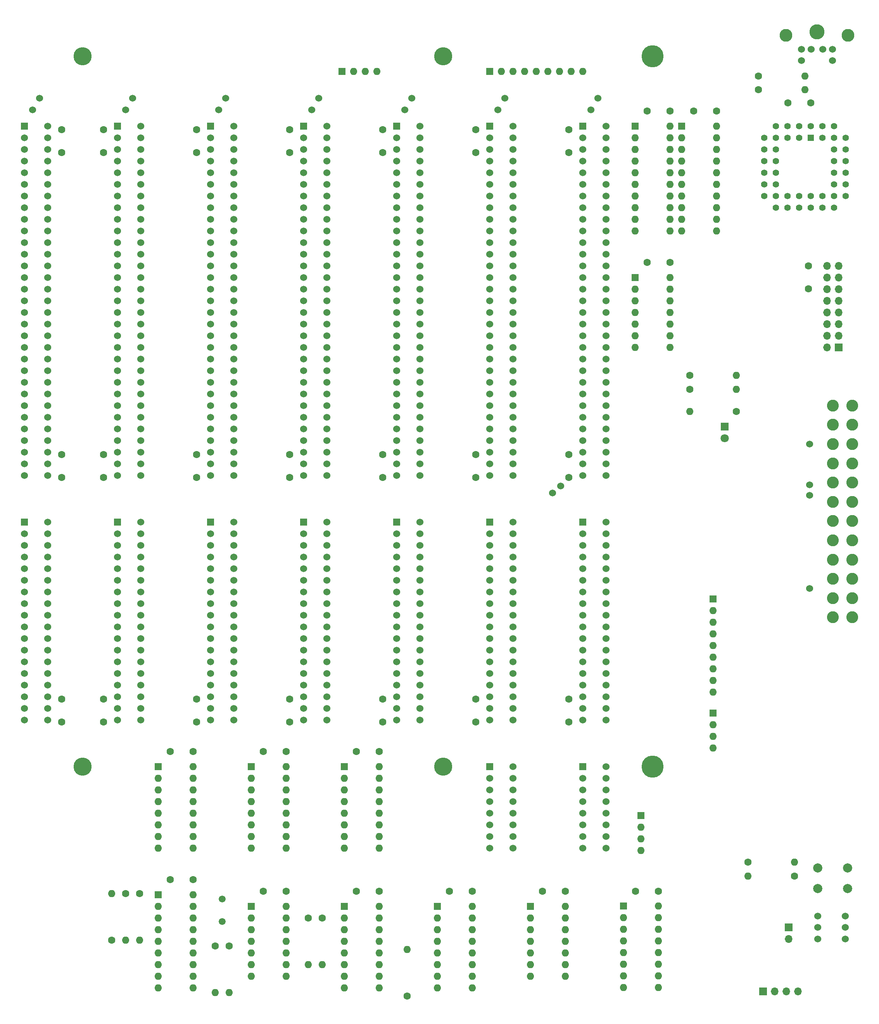
<source format=gbr>
G04 #@! TF.GenerationSoftware,KiCad,Pcbnew,(5.1.8)-1*
G04 #@! TF.CreationDate,2021-12-28T18:56:53-07:00*
G04 #@! TF.ProjectId,Multi,4d756c74-692e-46b6-9963-61645f706362,rev?*
G04 #@! TF.SameCoordinates,Original*
G04 #@! TF.FileFunction,Soldermask,Bot*
G04 #@! TF.FilePolarity,Negative*
%FSLAX46Y46*%
G04 Gerber Fmt 4.6, Leading zero omitted, Abs format (unit mm)*
G04 Created by KiCad (PCBNEW (5.1.8)-1) date 2021-12-28 18:56:53*
%MOMM*%
%LPD*%
G01*
G04 APERTURE LIST*
%ADD10R,1.600000X1.600000*%
%ADD11O,1.600000X1.600000*%
%ADD12C,1.600000*%
%ADD13C,1.524000*%
%ADD14R,1.524000X1.524000*%
%ADD15C,3.962400*%
%ADD16C,4.826000*%
%ADD17O,1.700000X1.700000*%
%ADD18R,1.700000X1.700000*%
%ADD19C,2.000000*%
%ADD20C,1.800000*%
%ADD21R,1.800000X1.800000*%
%ADD22C,2.590800*%
%ADD23C,2.794000*%
%ADD24C,3.302000*%
%ADD25C,1.500000*%
%ADD26R,1.422400X1.422400*%
%ADD27C,1.422400*%
G04 APERTURE END LIST*
D10*
G04 #@! TO.C,U15*
X93726000Y-43942000D03*
D11*
X101346000Y-66802000D03*
X93726000Y-46482000D03*
X101346000Y-64262000D03*
X93726000Y-49022000D03*
X101346000Y-61722000D03*
X93726000Y-51562000D03*
X101346000Y-59182000D03*
X93726000Y-54102000D03*
X101346000Y-56642000D03*
X93726000Y-56642000D03*
X101346000Y-54102000D03*
X93726000Y-59182000D03*
X101346000Y-51562000D03*
X93726000Y-61722000D03*
X101346000Y-49022000D03*
X93726000Y-64262000D03*
X101346000Y-46482000D03*
X93726000Y-66802000D03*
X101346000Y-43942000D03*
G04 #@! TD*
G04 #@! TO.C,U2*
X111506000Y-43942000D03*
X103886000Y-66802000D03*
X111506000Y-46482000D03*
X103886000Y-64262000D03*
X111506000Y-49022000D03*
X103886000Y-61722000D03*
X111506000Y-51562000D03*
X103886000Y-59182000D03*
X111506000Y-54102000D03*
X103886000Y-56642000D03*
X111506000Y-56642000D03*
X103886000Y-54102000D03*
X111506000Y-59182000D03*
X103886000Y-51562000D03*
X111506000Y-61722000D03*
X103886000Y-49022000D03*
X111506000Y-64262000D03*
X103886000Y-46482000D03*
X111506000Y-66802000D03*
D10*
X103886000Y-43942000D03*
G04 #@! TD*
D11*
G04 #@! TO.C,U1*
X98801000Y-214091000D03*
X91181000Y-231871000D03*
X98801000Y-216631000D03*
X91181000Y-229331000D03*
X98801000Y-219171000D03*
X91181000Y-226791000D03*
X98801000Y-221711000D03*
X91181000Y-224251000D03*
X98801000Y-224251000D03*
X91181000Y-221711000D03*
X98801000Y-226791000D03*
X91181000Y-219171000D03*
X98801000Y-229331000D03*
X91181000Y-216631000D03*
X98801000Y-231871000D03*
D10*
X91181000Y-214091000D03*
G04 #@! TD*
D12*
G04 #@! TO.C,C34*
X98806000Y-210820000D03*
X93806000Y-210820000D03*
G04 #@! TD*
G04 #@! TO.C,C33*
X111506000Y-40640000D03*
X106506000Y-40640000D03*
G04 #@! TD*
D11*
G04 #@! TO.C,RN5*
X110744000Y-167386000D03*
X110744000Y-164846000D03*
X110744000Y-162306000D03*
X110744000Y-159766000D03*
X110744000Y-157226000D03*
X110744000Y-154686000D03*
X110744000Y-152146000D03*
X110744000Y-149606000D03*
D10*
X110744000Y-147066000D03*
G04 #@! TD*
D11*
G04 #@! TO.C,RN4*
X110744000Y-179578000D03*
X110744000Y-177038000D03*
X110744000Y-174498000D03*
D10*
X110744000Y-171958000D03*
G04 #@! TD*
D13*
G04 #@! TO.C,J20*
X87376000Y-130302000D03*
X87376000Y-132842000D03*
X87376000Y-135382000D03*
X87376000Y-137922000D03*
X87376000Y-140462000D03*
X87376000Y-143002000D03*
X87376000Y-145542000D03*
X87376000Y-148082000D03*
X87376000Y-150622000D03*
X87376000Y-153162000D03*
X87376000Y-155702000D03*
X87376000Y-158242000D03*
X87376000Y-160782000D03*
X87376000Y-163322000D03*
X87376000Y-165862000D03*
X87376000Y-168402000D03*
X87376000Y-170942000D03*
X87376000Y-173482000D03*
X82296000Y-173482000D03*
X82296000Y-170942000D03*
X82296000Y-165862000D03*
X82296000Y-163322000D03*
X82296000Y-160782000D03*
X82296000Y-158242000D03*
X82296000Y-155702000D03*
X82296000Y-153162000D03*
X82296000Y-150622000D03*
X82296000Y-168402000D03*
D14*
X82296000Y-130302000D03*
D13*
X82296000Y-132842000D03*
X82296000Y-135382000D03*
X82296000Y-137922000D03*
X82296000Y-140462000D03*
X82296000Y-143002000D03*
X82296000Y-145542000D03*
X82296000Y-148082000D03*
G04 #@! TD*
G04 #@! TO.C,J19*
X67056000Y-130302000D03*
X67056000Y-132842000D03*
X67056000Y-135382000D03*
X67056000Y-137922000D03*
X67056000Y-140462000D03*
X67056000Y-143002000D03*
X67056000Y-145542000D03*
X67056000Y-148082000D03*
X67056000Y-150622000D03*
X67056000Y-153162000D03*
X67056000Y-155702000D03*
X67056000Y-158242000D03*
X67056000Y-160782000D03*
X67056000Y-163322000D03*
X67056000Y-165862000D03*
X67056000Y-168402000D03*
X67056000Y-170942000D03*
X67056000Y-173482000D03*
X61976000Y-173482000D03*
X61976000Y-170942000D03*
X61976000Y-165862000D03*
X61976000Y-163322000D03*
X61976000Y-160782000D03*
X61976000Y-158242000D03*
X61976000Y-155702000D03*
X61976000Y-153162000D03*
X61976000Y-150622000D03*
X61976000Y-168402000D03*
D14*
X61976000Y-130302000D03*
D13*
X61976000Y-132842000D03*
X61976000Y-135382000D03*
X61976000Y-137922000D03*
X61976000Y-140462000D03*
X61976000Y-143002000D03*
X61976000Y-145542000D03*
X61976000Y-148082000D03*
G04 #@! TD*
G04 #@! TO.C,J18*
X46736000Y-130302000D03*
X46736000Y-132842000D03*
X46736000Y-135382000D03*
X46736000Y-137922000D03*
X46736000Y-140462000D03*
X46736000Y-143002000D03*
X46736000Y-145542000D03*
X46736000Y-148082000D03*
X46736000Y-150622000D03*
X46736000Y-153162000D03*
X46736000Y-155702000D03*
X46736000Y-158242000D03*
X46736000Y-160782000D03*
X46736000Y-163322000D03*
X46736000Y-165862000D03*
X46736000Y-168402000D03*
X46736000Y-170942000D03*
X46736000Y-173482000D03*
X41656000Y-173482000D03*
X41656000Y-170942000D03*
X41656000Y-165862000D03*
X41656000Y-163322000D03*
X41656000Y-160782000D03*
X41656000Y-158242000D03*
X41656000Y-155702000D03*
X41656000Y-153162000D03*
X41656000Y-150622000D03*
X41656000Y-168402000D03*
D14*
X41656000Y-130302000D03*
D13*
X41656000Y-132842000D03*
X41656000Y-135382000D03*
X41656000Y-137922000D03*
X41656000Y-140462000D03*
X41656000Y-143002000D03*
X41656000Y-145542000D03*
X41656000Y-148082000D03*
G04 #@! TD*
G04 #@! TO.C,J17*
X26416000Y-130302000D03*
X26416000Y-132842000D03*
X26416000Y-135382000D03*
X26416000Y-137922000D03*
X26416000Y-140462000D03*
X26416000Y-143002000D03*
X26416000Y-145542000D03*
X26416000Y-148082000D03*
X26416000Y-150622000D03*
X26416000Y-153162000D03*
X26416000Y-155702000D03*
X26416000Y-158242000D03*
X26416000Y-160782000D03*
X26416000Y-163322000D03*
X26416000Y-165862000D03*
X26416000Y-168402000D03*
X26416000Y-170942000D03*
X26416000Y-173482000D03*
X21336000Y-173482000D03*
X21336000Y-170942000D03*
X21336000Y-165862000D03*
X21336000Y-163322000D03*
X21336000Y-160782000D03*
X21336000Y-158242000D03*
X21336000Y-155702000D03*
X21336000Y-153162000D03*
X21336000Y-150622000D03*
X21336000Y-168402000D03*
D14*
X21336000Y-130302000D03*
D13*
X21336000Y-132842000D03*
X21336000Y-135382000D03*
X21336000Y-137922000D03*
X21336000Y-140462000D03*
X21336000Y-143002000D03*
X21336000Y-145542000D03*
X21336000Y-148082000D03*
G04 #@! TD*
G04 #@! TO.C,J16*
X6096000Y-130302000D03*
X6096000Y-132842000D03*
X6096000Y-135382000D03*
X6096000Y-137922000D03*
X6096000Y-140462000D03*
X6096000Y-143002000D03*
X6096000Y-145542000D03*
X6096000Y-148082000D03*
X6096000Y-150622000D03*
X6096000Y-153162000D03*
X6096000Y-155702000D03*
X6096000Y-158242000D03*
X6096000Y-160782000D03*
X6096000Y-163322000D03*
X6096000Y-165862000D03*
X6096000Y-168402000D03*
X6096000Y-170942000D03*
X6096000Y-173482000D03*
X1016000Y-173482000D03*
X1016000Y-170942000D03*
X1016000Y-165862000D03*
X1016000Y-163322000D03*
X1016000Y-160782000D03*
X1016000Y-158242000D03*
X1016000Y-155702000D03*
X1016000Y-153162000D03*
X1016000Y-150622000D03*
X1016000Y-168402000D03*
D14*
X1016000Y-130302000D03*
D13*
X1016000Y-132842000D03*
X1016000Y-135382000D03*
X1016000Y-137922000D03*
X1016000Y-140462000D03*
X1016000Y-143002000D03*
X1016000Y-145542000D03*
X1016000Y-148082000D03*
G04 #@! TD*
G04 #@! TO.C,J15*
X-14224000Y-130302000D03*
X-14224000Y-132842000D03*
X-14224000Y-135382000D03*
X-14224000Y-137922000D03*
X-14224000Y-140462000D03*
X-14224000Y-143002000D03*
X-14224000Y-145542000D03*
X-14224000Y-148082000D03*
X-14224000Y-150622000D03*
X-14224000Y-153162000D03*
X-14224000Y-155702000D03*
X-14224000Y-158242000D03*
X-14224000Y-160782000D03*
X-14224000Y-163322000D03*
X-14224000Y-165862000D03*
X-14224000Y-168402000D03*
X-14224000Y-170942000D03*
X-14224000Y-173482000D03*
X-19304000Y-173482000D03*
X-19304000Y-170942000D03*
X-19304000Y-165862000D03*
X-19304000Y-163322000D03*
X-19304000Y-160782000D03*
X-19304000Y-158242000D03*
X-19304000Y-155702000D03*
X-19304000Y-153162000D03*
X-19304000Y-150622000D03*
X-19304000Y-168402000D03*
D14*
X-19304000Y-130302000D03*
D13*
X-19304000Y-132842000D03*
X-19304000Y-135382000D03*
X-19304000Y-137922000D03*
X-19304000Y-140462000D03*
X-19304000Y-143002000D03*
X-19304000Y-145542000D03*
X-19304000Y-148082000D03*
G04 #@! TD*
G04 #@! TO.C,J4*
X-34544000Y-130302000D03*
X-34544000Y-132842000D03*
X-34544000Y-135382000D03*
X-34544000Y-137922000D03*
X-34544000Y-140462000D03*
X-34544000Y-143002000D03*
X-34544000Y-145542000D03*
X-34544000Y-148082000D03*
X-34544000Y-150622000D03*
X-34544000Y-153162000D03*
X-34544000Y-155702000D03*
X-34544000Y-158242000D03*
X-34544000Y-160782000D03*
X-34544000Y-163322000D03*
X-34544000Y-165862000D03*
X-34544000Y-168402000D03*
X-34544000Y-170942000D03*
X-34544000Y-173482000D03*
X-39624000Y-173482000D03*
X-39624000Y-170942000D03*
X-39624000Y-165862000D03*
X-39624000Y-163322000D03*
X-39624000Y-160782000D03*
X-39624000Y-158242000D03*
X-39624000Y-155702000D03*
X-39624000Y-153162000D03*
X-39624000Y-150622000D03*
X-39624000Y-168402000D03*
D14*
X-39624000Y-130302000D03*
D13*
X-39624000Y-132842000D03*
X-39624000Y-135382000D03*
X-39624000Y-137922000D03*
X-39624000Y-140462000D03*
X-39624000Y-143002000D03*
X-39624000Y-145542000D03*
X-39624000Y-148082000D03*
G04 #@! TD*
D12*
G04 #@! TO.C,C32*
X58928000Y-168910000D03*
X58928000Y-173910000D03*
G04 #@! TD*
G04 #@! TO.C,C31*
X38608000Y-168910000D03*
X38608000Y-173910000D03*
G04 #@! TD*
G04 #@! TO.C,C30*
X-2032000Y-168910000D03*
X-2032000Y-173910000D03*
G04 #@! TD*
G04 #@! TO.C,C21*
X79248000Y-168910000D03*
X79248000Y-173910000D03*
G04 #@! TD*
G04 #@! TO.C,C20*
X-31496000Y-168910000D03*
X-31496000Y-173910000D03*
G04 #@! TD*
G04 #@! TO.C,C19*
X18288000Y-168910000D03*
X18288000Y-173910000D03*
G04 #@! TD*
G04 #@! TO.C,C18*
X-22352000Y-168910000D03*
X-22352000Y-173910000D03*
G04 #@! TD*
D11*
G04 #@! TO.C,RN3*
X94996000Y-201930000D03*
X94996000Y-199390000D03*
X94996000Y-196850000D03*
D10*
X94996000Y-194310000D03*
G04 #@! TD*
D13*
G04 #@! TO.C,R*
X-36322000Y-37846000D03*
G04 #@! TD*
G04 #@! TO.C,R*
X-37846000Y-40386000D03*
G04 #@! TD*
G04 #@! TO.C,R*
X-16002000Y-37846000D03*
G04 #@! TD*
G04 #@! TO.C,R*
X-17526000Y-40386000D03*
G04 #@! TD*
G04 #@! TO.C,R*
X4318000Y-37846000D03*
G04 #@! TD*
G04 #@! TO.C,R*
X2794000Y-40386000D03*
G04 #@! TD*
D12*
G04 #@! TO.C,C17*
X-2032000Y-49704000D03*
X-2032000Y-44704000D03*
G04 #@! TD*
G04 #@! TO.C,C16*
X-2032000Y-115570000D03*
X-2032000Y-120570000D03*
G04 #@! TD*
G04 #@! TO.C,C15*
X-22352000Y-49704000D03*
X-22352000Y-44704000D03*
G04 #@! TD*
G04 #@! TO.C,C14*
X18288000Y-115570000D03*
X18288000Y-120570000D03*
G04 #@! TD*
G04 #@! TO.C,C13*
X18288000Y-49704000D03*
X18288000Y-44704000D03*
G04 #@! TD*
G04 #@! TO.C,C11*
X-22352000Y-115570000D03*
X-22352000Y-120570000D03*
G04 #@! TD*
G04 #@! TO.C,C27*
X-31496000Y-115570000D03*
X-31496000Y-120570000D03*
G04 #@! TD*
D15*
G04 #@! TO.C,REF\u002A\u002A*
X-26924000Y-183642000D03*
G04 #@! TD*
G04 #@! TO.C,REF\u002A\u002A*
X-26924000Y-28702000D03*
G04 #@! TD*
D13*
G04 #@! TO.C,J14*
X6096000Y-120142000D03*
X6096000Y-117602000D03*
X6096000Y-115062000D03*
X6096000Y-112522000D03*
X6096000Y-109982000D03*
X6096000Y-107442000D03*
X6096000Y-104902000D03*
X6096000Y-102362000D03*
X6096000Y-99822000D03*
X6096000Y-97282000D03*
X6096000Y-94742000D03*
X6096000Y-92202000D03*
X6096000Y-89662000D03*
X6096000Y-87122000D03*
X6096000Y-84582000D03*
X6096000Y-82042000D03*
X6096000Y-79502000D03*
X6096000Y-76962000D03*
X6096000Y-74422000D03*
X6096000Y-71882000D03*
X6096000Y-69342000D03*
X6096000Y-66802000D03*
X6096000Y-64262000D03*
X6096000Y-61722000D03*
X6096000Y-59182000D03*
X6096000Y-56642000D03*
X6096000Y-54102000D03*
X6096000Y-51562000D03*
X6096000Y-49022000D03*
X6096000Y-46482000D03*
X6096000Y-43942000D03*
X1016000Y-120142000D03*
X1016000Y-117602000D03*
X1016000Y-115062000D03*
X1016000Y-112522000D03*
X1016000Y-109982000D03*
X1016000Y-107442000D03*
X1016000Y-104902000D03*
X1016000Y-102362000D03*
X1016000Y-99822000D03*
X1016000Y-97282000D03*
X1016000Y-94742000D03*
X1016000Y-92202000D03*
X1016000Y-89662000D03*
X1016000Y-87122000D03*
X1016000Y-84582000D03*
X1016000Y-82042000D03*
X1016000Y-79502000D03*
X1016000Y-76962000D03*
X1016000Y-74422000D03*
X1016000Y-71882000D03*
X1016000Y-69342000D03*
X1016000Y-66802000D03*
X1016000Y-64262000D03*
X1016000Y-61722000D03*
X1016000Y-59182000D03*
X1016000Y-56642000D03*
X1016000Y-54102000D03*
X1016000Y-51562000D03*
X1016000Y-49022000D03*
X1016000Y-46482000D03*
D14*
X1016000Y-43942000D03*
G04 #@! TD*
D13*
G04 #@! TO.C,J13*
X-14224000Y-120142000D03*
X-14224000Y-117602000D03*
X-14224000Y-115062000D03*
X-14224000Y-112522000D03*
X-14224000Y-109982000D03*
X-14224000Y-107442000D03*
X-14224000Y-104902000D03*
X-14224000Y-102362000D03*
X-14224000Y-99822000D03*
X-14224000Y-97282000D03*
X-14224000Y-94742000D03*
X-14224000Y-92202000D03*
X-14224000Y-89662000D03*
X-14224000Y-87122000D03*
X-14224000Y-84582000D03*
X-14224000Y-82042000D03*
X-14224000Y-79502000D03*
X-14224000Y-76962000D03*
X-14224000Y-74422000D03*
X-14224000Y-71882000D03*
X-14224000Y-69342000D03*
X-14224000Y-66802000D03*
X-14224000Y-64262000D03*
X-14224000Y-61722000D03*
X-14224000Y-59182000D03*
X-14224000Y-56642000D03*
X-14224000Y-54102000D03*
X-14224000Y-51562000D03*
X-14224000Y-49022000D03*
X-14224000Y-46482000D03*
X-14224000Y-43942000D03*
X-19304000Y-120142000D03*
X-19304000Y-117602000D03*
X-19304000Y-115062000D03*
X-19304000Y-112522000D03*
X-19304000Y-109982000D03*
X-19304000Y-107442000D03*
X-19304000Y-104902000D03*
X-19304000Y-102362000D03*
X-19304000Y-99822000D03*
X-19304000Y-97282000D03*
X-19304000Y-94742000D03*
X-19304000Y-92202000D03*
X-19304000Y-89662000D03*
X-19304000Y-87122000D03*
X-19304000Y-84582000D03*
X-19304000Y-82042000D03*
X-19304000Y-79502000D03*
X-19304000Y-76962000D03*
X-19304000Y-74422000D03*
X-19304000Y-71882000D03*
X-19304000Y-69342000D03*
X-19304000Y-66802000D03*
X-19304000Y-64262000D03*
X-19304000Y-61722000D03*
X-19304000Y-59182000D03*
X-19304000Y-56642000D03*
X-19304000Y-54102000D03*
X-19304000Y-51562000D03*
X-19304000Y-49022000D03*
X-19304000Y-46482000D03*
D14*
X-19304000Y-43942000D03*
G04 #@! TD*
D13*
G04 #@! TO.C,J12*
X-34544000Y-120142000D03*
X-34544000Y-117602000D03*
X-34544000Y-115062000D03*
X-34544000Y-112522000D03*
X-34544000Y-109982000D03*
X-34544000Y-107442000D03*
X-34544000Y-104902000D03*
X-34544000Y-102362000D03*
X-34544000Y-99822000D03*
X-34544000Y-97282000D03*
X-34544000Y-94742000D03*
X-34544000Y-92202000D03*
X-34544000Y-89662000D03*
X-34544000Y-87122000D03*
X-34544000Y-84582000D03*
X-34544000Y-82042000D03*
X-34544000Y-79502000D03*
X-34544000Y-76962000D03*
X-34544000Y-74422000D03*
X-34544000Y-71882000D03*
X-34544000Y-69342000D03*
X-34544000Y-66802000D03*
X-34544000Y-64262000D03*
X-34544000Y-61722000D03*
X-34544000Y-59182000D03*
X-34544000Y-56642000D03*
X-34544000Y-54102000D03*
X-34544000Y-51562000D03*
X-34544000Y-49022000D03*
X-34544000Y-46482000D03*
X-34544000Y-43942000D03*
X-39624000Y-120142000D03*
X-39624000Y-117602000D03*
X-39624000Y-115062000D03*
X-39624000Y-112522000D03*
X-39624000Y-109982000D03*
X-39624000Y-107442000D03*
X-39624000Y-104902000D03*
X-39624000Y-102362000D03*
X-39624000Y-99822000D03*
X-39624000Y-97282000D03*
X-39624000Y-94742000D03*
X-39624000Y-92202000D03*
X-39624000Y-89662000D03*
X-39624000Y-87122000D03*
X-39624000Y-84582000D03*
X-39624000Y-82042000D03*
X-39624000Y-79502000D03*
X-39624000Y-76962000D03*
X-39624000Y-74422000D03*
X-39624000Y-71882000D03*
X-39624000Y-69342000D03*
X-39624000Y-66802000D03*
X-39624000Y-64262000D03*
X-39624000Y-61722000D03*
X-39624000Y-59182000D03*
X-39624000Y-56642000D03*
X-39624000Y-54102000D03*
X-39624000Y-51562000D03*
X-39624000Y-49022000D03*
X-39624000Y-46482000D03*
D14*
X-39624000Y-43942000D03*
G04 #@! TD*
D13*
G04 #@! TO.C,J11*
X67056000Y-183642000D03*
X67056000Y-186182000D03*
D14*
X61976000Y-183642000D03*
D13*
X61976000Y-186182000D03*
X61976000Y-188722000D03*
X61976000Y-191262000D03*
X61976000Y-193802000D03*
X61976000Y-196342000D03*
X61976000Y-198882000D03*
X61976000Y-201422000D03*
X67056000Y-201422000D03*
X67056000Y-198882000D03*
X67056000Y-196342000D03*
X67056000Y-193802000D03*
X67056000Y-191262000D03*
X67056000Y-188722000D03*
G04 #@! TD*
D16*
G04 #@! TO.C,REF\u002A\u002A*
X97536000Y-183642000D03*
G04 #@! TD*
D11*
G04 #@! TO.C,RN1*
X37338000Y-32004000D03*
X34798000Y-32004000D03*
X32258000Y-32004000D03*
D10*
X29718000Y-32004000D03*
G04 #@! TD*
D11*
G04 #@! TO.C,R13*
X115824000Y-101346000D03*
D12*
X105664000Y-101346000D03*
G04 #@! TD*
D11*
G04 #@! TO.C,R12*
X115824000Y-98298000D03*
D12*
X105664000Y-98298000D03*
G04 #@! TD*
D11*
G04 #@! TO.C,RN2*
X82296000Y-32004000D03*
X79756000Y-32004000D03*
X77216000Y-32004000D03*
X74676000Y-32004000D03*
X72136000Y-32004000D03*
X69596000Y-32004000D03*
X67056000Y-32004000D03*
X64516000Y-32004000D03*
D10*
X61976000Y-32004000D03*
G04 #@! TD*
D13*
G04 #@! TO.C,R*
X131826000Y-113284000D03*
G04 #@! TD*
G04 #@! TO.C,R*
X131826000Y-122174000D03*
G04 #@! TD*
G04 #@! TO.C,R*
X131826000Y-144780000D03*
G04 #@! TD*
G04 #@! TO.C,R*
X131826000Y-124460000D03*
G04 #@! TD*
D11*
G04 #@! TO.C,R9*
X130810000Y-36040000D03*
D12*
X120650000Y-36040000D03*
G04 #@! TD*
D11*
G04 #@! TO.C,R8*
X130810000Y-33020000D03*
D12*
X120650000Y-33020000D03*
G04 #@! TD*
D11*
G04 #@! TO.C,R7*
X118364000Y-207518000D03*
D12*
X128524000Y-207518000D03*
G04 #@! TD*
D11*
G04 #@! TO.C,R6*
X-20574000Y-211328000D03*
D12*
X-20574000Y-221488000D03*
G04 #@! TD*
D13*
G04 #@! TO.C,R*
X75692000Y-123952000D03*
G04 #@! TD*
G04 #@! TO.C,R*
X77470000Y-122428000D03*
G04 #@! TD*
D12*
G04 #@! TO.C,C10*
X131572000Y-79422000D03*
X131572000Y-74422000D03*
G04 #@! TD*
G04 #@! TO.C,C9*
X132080000Y-38862000D03*
X127080000Y-38862000D03*
G04 #@! TD*
D11*
G04 #@! TO.C,R4*
X2032000Y-232918000D03*
D12*
X2032000Y-222758000D03*
G04 #@! TD*
D11*
G04 #@! TO.C,R2*
X5080000Y-232918000D03*
D12*
X5080000Y-222758000D03*
G04 #@! TD*
D11*
G04 #@! TO.C,R18*
X-14478000Y-221488000D03*
D12*
X-14478000Y-211328000D03*
G04 #@! TD*
D11*
G04 #@! TO.C,R17*
X22352000Y-226822000D03*
D12*
X22352000Y-216662000D03*
G04 #@! TD*
D11*
G04 #@! TO.C,R14*
X-17526000Y-221488000D03*
D12*
X-17526000Y-211328000D03*
G04 #@! TD*
D11*
G04 #@! TO.C,R5*
X128524000Y-204470000D03*
D12*
X118364000Y-204470000D03*
G04 #@! TD*
D11*
G04 #@! TO.C,R3*
X25400000Y-226822000D03*
D12*
X25400000Y-216662000D03*
G04 #@! TD*
D11*
G04 #@! TO.C,U3*
X43942000Y-223520000D03*
D12*
X43942000Y-233680000D03*
G04 #@! TD*
D17*
G04 #@! TO.C,J6*
X127254000Y-221234000D03*
D18*
X127254000Y-218694000D03*
G04 #@! TD*
D17*
G04 #@! TO.C,J3*
X129286000Y-232664000D03*
X126746000Y-232664000D03*
X124206000Y-232664000D03*
D18*
X121666000Y-232664000D03*
G04 #@! TD*
D12*
G04 #@! TO.C,C1*
X101346000Y-73660000D03*
X96346000Y-73660000D03*
G04 #@! TD*
D11*
G04 #@! TO.C,U117*
X37846000Y-214122000D03*
X30226000Y-231902000D03*
X37846000Y-216662000D03*
X30226000Y-229362000D03*
X37846000Y-219202000D03*
X30226000Y-226822000D03*
X37846000Y-221742000D03*
X30226000Y-224282000D03*
X37846000Y-224282000D03*
X30226000Y-221742000D03*
X37846000Y-226822000D03*
X30226000Y-219202000D03*
X37846000Y-229362000D03*
X30226000Y-216662000D03*
X37846000Y-231902000D03*
D10*
X30226000Y-214122000D03*
G04 #@! TD*
D13*
G04 #@! TO.C,J10*
X87376000Y-183642000D03*
X87376000Y-186182000D03*
D14*
X82296000Y-183642000D03*
D13*
X82296000Y-186182000D03*
X82296000Y-188722000D03*
X82296000Y-191262000D03*
X82296000Y-193802000D03*
X82296000Y-196342000D03*
X82296000Y-198882000D03*
X82296000Y-201422000D03*
X87376000Y-201422000D03*
X87376000Y-198882000D03*
X87376000Y-196342000D03*
X87376000Y-193802000D03*
X87376000Y-191262000D03*
X87376000Y-188722000D03*
G04 #@! TD*
D19*
G04 #@! TO.C,SW1*
X140104000Y-205740000D03*
X140104000Y-210240000D03*
X133604000Y-205740000D03*
X133604000Y-210240000D03*
G04 #@! TD*
D11*
G04 #@! TO.C,R1*
X105664000Y-106172000D03*
D12*
X115824000Y-106172000D03*
G04 #@! TD*
D20*
G04 #@! TO.C,D1*
X113284000Y-112014000D03*
D21*
X113284000Y-109474000D03*
G04 #@! TD*
D12*
G04 #@! TO.C,C7*
X101346000Y-40640000D03*
X96346000Y-40640000D03*
G04 #@! TD*
D13*
G04 #@! TO.C,8x8mm1*
X139604000Y-216234000D03*
X139604000Y-218734000D03*
X139604000Y-221234000D03*
X133604000Y-221234000D03*
X133604000Y-218734000D03*
X133604000Y-216234000D03*
G04 #@! TD*
D22*
G04 #@! TO.C,ATXPOWER1*
X141106000Y-146902000D03*
X141106000Y-151102000D03*
X141106000Y-142702000D03*
X141106000Y-104902000D03*
X141106000Y-109102000D03*
X141106000Y-113302000D03*
X141106000Y-117502000D03*
X141106000Y-130102000D03*
X141106000Y-121702000D03*
X141106000Y-125902000D03*
X141106000Y-138502000D03*
X141106000Y-134302000D03*
X136906000Y-151102000D03*
X136906000Y-146902000D03*
X136906000Y-142702000D03*
X136906000Y-138502000D03*
X136906000Y-134302000D03*
X136906000Y-130102000D03*
X136906000Y-125902000D03*
X136906000Y-121702000D03*
X136906000Y-117502000D03*
X136906000Y-113302000D03*
X136906000Y-109102000D03*
X136906000Y-104902000D03*
G04 #@! TD*
D12*
G04 #@! TO.C,C29*
X38608000Y-115570000D03*
X38608000Y-120570000D03*
G04 #@! TD*
G04 #@! TO.C,C28*
X58928000Y-115570000D03*
X58928000Y-120570000D03*
G04 #@! TD*
G04 #@! TO.C,C26*
X79248000Y-115570000D03*
X79248000Y-120570000D03*
G04 #@! TD*
G04 #@! TO.C,C25*
X38608000Y-49704000D03*
X38608000Y-44704000D03*
G04 #@! TD*
G04 #@! TO.C,C24*
X-31496000Y-49704000D03*
X-31496000Y-44704000D03*
G04 #@! TD*
G04 #@! TO.C,C23*
X79248000Y-49704000D03*
X79248000Y-44704000D03*
G04 #@! TD*
G04 #@! TO.C,C22*
X58928000Y-49704000D03*
X58928000Y-44704000D03*
G04 #@! TD*
D23*
G04 #@! TO.C,J2*
X126695200Y-24180800D03*
X140208000Y-24180800D03*
D24*
X133451600Y-23368000D03*
D13*
X136855200Y-29667200D03*
X130048000Y-29667200D03*
X134747000Y-27178000D03*
X132156200Y-27178000D03*
X136855200Y-27178000D03*
X130048000Y-27178000D03*
G04 #@! TD*
D10*
G04 #@! TO.C,U17*
X50546000Y-214122000D03*
D11*
X58166000Y-231902000D03*
X50546000Y-216662000D03*
X58166000Y-229362000D03*
X50546000Y-219202000D03*
X58166000Y-226822000D03*
X50546000Y-221742000D03*
X58166000Y-224282000D03*
X50546000Y-224282000D03*
X58166000Y-221742000D03*
X50546000Y-226822000D03*
X58166000Y-219202000D03*
X50546000Y-229362000D03*
X58166000Y-216662000D03*
X50546000Y-231902000D03*
X58166000Y-214122000D03*
G04 #@! TD*
D13*
G04 #@! TO.C,R*
X43434000Y-40386000D03*
G04 #@! TD*
G04 #@! TO.C,R*
X44958000Y-37846000D03*
G04 #@! TD*
G04 #@! TO.C,R*
X24638000Y-37846000D03*
G04 #@! TD*
G04 #@! TO.C,R*
X23114000Y-40386000D03*
G04 #@! TD*
D15*
G04 #@! TO.C,REF\u002A\u002A*
X51816000Y-183642000D03*
G04 #@! TD*
D16*
G04 #@! TO.C,REF\u002A\u002A*
X97536000Y-28702000D03*
G04 #@! TD*
D15*
G04 #@! TO.C,REF\u002A\u002A*
X51816000Y-28702000D03*
G04 #@! TD*
D13*
G04 #@! TO.C,R*
X84074000Y-40386000D03*
G04 #@! TD*
G04 #@! TO.C,R*
X85598000Y-37846000D03*
G04 #@! TD*
G04 #@! TO.C,R*
X63754000Y-40386000D03*
G04 #@! TD*
G04 #@! TO.C,R*
X65278000Y-37846000D03*
G04 #@! TD*
D17*
G04 #@! TO.C,CH376*
X135636000Y-74422000D03*
X138176000Y-74422000D03*
X135636000Y-76962000D03*
X138176000Y-76962000D03*
X135636000Y-79502000D03*
X138176000Y-79502000D03*
X135636000Y-82042000D03*
X138176000Y-82042000D03*
X135636000Y-84582000D03*
X138176000Y-84582000D03*
X135636000Y-87122000D03*
X138176000Y-87122000D03*
X135636000Y-89662000D03*
X138176000Y-89662000D03*
X135636000Y-92202000D03*
D18*
X138176000Y-92202000D03*
G04 #@! TD*
D11*
G04 #@! TO.C,U9*
X-2794000Y-183642000D03*
X-10414000Y-201422000D03*
X-2794000Y-186182000D03*
X-10414000Y-198882000D03*
X-2794000Y-188722000D03*
X-10414000Y-196342000D03*
X-2794000Y-191262000D03*
X-10414000Y-193802000D03*
X-2794000Y-193802000D03*
X-10414000Y-191262000D03*
X-2794000Y-196342000D03*
X-10414000Y-188722000D03*
X-2794000Y-198882000D03*
X-10414000Y-186182000D03*
X-2794000Y-201422000D03*
D10*
X-10414000Y-183642000D03*
G04 #@! TD*
G04 #@! TO.C,U11*
X-10414000Y-211582000D03*
D11*
X-2794000Y-231902000D03*
X-10414000Y-214122000D03*
X-2794000Y-229362000D03*
X-10414000Y-216662000D03*
X-2794000Y-226822000D03*
X-10414000Y-219202000D03*
X-2794000Y-224282000D03*
X-10414000Y-221742000D03*
X-2794000Y-221742000D03*
X-10414000Y-224282000D03*
X-2794000Y-219202000D03*
X-10414000Y-226822000D03*
X-2794000Y-216662000D03*
X-10414000Y-229362000D03*
X-2794000Y-214122000D03*
X-10414000Y-231902000D03*
X-2794000Y-211582000D03*
G04 #@! TD*
D10*
G04 #@! TO.C,U12*
X9906000Y-183642000D03*
D11*
X17526000Y-201422000D03*
X9906000Y-186182000D03*
X17526000Y-198882000D03*
X9906000Y-188722000D03*
X17526000Y-196342000D03*
X9906000Y-191262000D03*
X17526000Y-193802000D03*
X9906000Y-193802000D03*
X17526000Y-191262000D03*
X9906000Y-196342000D03*
X17526000Y-188722000D03*
X9906000Y-198882000D03*
X17526000Y-186182000D03*
X9906000Y-201422000D03*
X17526000Y-183642000D03*
G04 #@! TD*
D10*
G04 #@! TO.C,U13*
X30226000Y-183642000D03*
D11*
X37846000Y-201422000D03*
X30226000Y-186182000D03*
X37846000Y-198882000D03*
X30226000Y-188722000D03*
X37846000Y-196342000D03*
X30226000Y-191262000D03*
X37846000Y-193802000D03*
X30226000Y-193802000D03*
X37846000Y-191262000D03*
X30226000Y-196342000D03*
X37846000Y-188722000D03*
X30226000Y-198882000D03*
X37846000Y-186182000D03*
X30226000Y-201422000D03*
X37846000Y-183642000D03*
G04 #@! TD*
D10*
G04 #@! TO.C,U14*
X9906000Y-214122000D03*
D11*
X17526000Y-229362000D03*
X9906000Y-216662000D03*
X17526000Y-226822000D03*
X9906000Y-219202000D03*
X17526000Y-224282000D03*
X9906000Y-221742000D03*
X17526000Y-221742000D03*
X9906000Y-224282000D03*
X17526000Y-219202000D03*
X9906000Y-226822000D03*
X17526000Y-216662000D03*
X9906000Y-229362000D03*
X17526000Y-214122000D03*
G04 #@! TD*
D10*
G04 #@! TO.C,U16*
X70866000Y-214122000D03*
D11*
X78486000Y-229362000D03*
X70866000Y-216662000D03*
X78486000Y-226822000D03*
X70866000Y-219202000D03*
X78486000Y-224282000D03*
X70866000Y-221742000D03*
X78486000Y-221742000D03*
X70866000Y-224282000D03*
X78486000Y-219202000D03*
X70866000Y-226822000D03*
X78486000Y-216662000D03*
X70866000Y-229362000D03*
X78486000Y-214122000D03*
G04 #@! TD*
D25*
G04 #@! TO.C,Y2*
X3556000Y-217424000D03*
X3556000Y-212524000D03*
G04 #@! TD*
D13*
G04 #@! TO.C,J1*
X26416000Y-120142000D03*
X26416000Y-117602000D03*
X26416000Y-115062000D03*
X26416000Y-112522000D03*
X26416000Y-109982000D03*
X26416000Y-107442000D03*
X26416000Y-104902000D03*
X26416000Y-102362000D03*
X26416000Y-99822000D03*
X26416000Y-97282000D03*
X26416000Y-94742000D03*
X26416000Y-92202000D03*
X26416000Y-89662000D03*
X26416000Y-87122000D03*
X26416000Y-84582000D03*
X26416000Y-82042000D03*
X26416000Y-79502000D03*
X26416000Y-76962000D03*
X26416000Y-74422000D03*
X26416000Y-71882000D03*
X26416000Y-69342000D03*
X26416000Y-66802000D03*
X26416000Y-64262000D03*
X26416000Y-61722000D03*
X26416000Y-59182000D03*
X26416000Y-56642000D03*
X26416000Y-54102000D03*
X26416000Y-51562000D03*
X26416000Y-49022000D03*
X26416000Y-46482000D03*
X26416000Y-43942000D03*
X21336000Y-120142000D03*
X21336000Y-117602000D03*
X21336000Y-115062000D03*
X21336000Y-112522000D03*
X21336000Y-109982000D03*
X21336000Y-107442000D03*
X21336000Y-104902000D03*
X21336000Y-102362000D03*
X21336000Y-99822000D03*
X21336000Y-97282000D03*
X21336000Y-94742000D03*
X21336000Y-92202000D03*
X21336000Y-89662000D03*
X21336000Y-87122000D03*
X21336000Y-84582000D03*
X21336000Y-82042000D03*
X21336000Y-79502000D03*
X21336000Y-76962000D03*
X21336000Y-74422000D03*
X21336000Y-71882000D03*
X21336000Y-69342000D03*
X21336000Y-66802000D03*
X21336000Y-64262000D03*
X21336000Y-61722000D03*
X21336000Y-59182000D03*
X21336000Y-56642000D03*
X21336000Y-54102000D03*
X21336000Y-51562000D03*
X21336000Y-49022000D03*
X21336000Y-46482000D03*
D14*
X21336000Y-43942000D03*
G04 #@! TD*
G04 #@! TO.C,J7*
X41656000Y-43942000D03*
D13*
X41656000Y-46482000D03*
X41656000Y-49022000D03*
X41656000Y-51562000D03*
X41656000Y-54102000D03*
X41656000Y-56642000D03*
X41656000Y-59182000D03*
X41656000Y-61722000D03*
X41656000Y-64262000D03*
X41656000Y-66802000D03*
X41656000Y-69342000D03*
X41656000Y-71882000D03*
X41656000Y-74422000D03*
X41656000Y-76962000D03*
X41656000Y-79502000D03*
X41656000Y-82042000D03*
X41656000Y-84582000D03*
X41656000Y-87122000D03*
X41656000Y-89662000D03*
X41656000Y-92202000D03*
X41656000Y-94742000D03*
X41656000Y-97282000D03*
X41656000Y-99822000D03*
X41656000Y-102362000D03*
X41656000Y-104902000D03*
X41656000Y-107442000D03*
X41656000Y-109982000D03*
X41656000Y-112522000D03*
X41656000Y-115062000D03*
X41656000Y-117602000D03*
X41656000Y-120142000D03*
X46736000Y-43942000D03*
X46736000Y-46482000D03*
X46736000Y-49022000D03*
X46736000Y-51562000D03*
X46736000Y-54102000D03*
X46736000Y-56642000D03*
X46736000Y-59182000D03*
X46736000Y-61722000D03*
X46736000Y-64262000D03*
X46736000Y-66802000D03*
X46736000Y-69342000D03*
X46736000Y-71882000D03*
X46736000Y-74422000D03*
X46736000Y-76962000D03*
X46736000Y-79502000D03*
X46736000Y-82042000D03*
X46736000Y-84582000D03*
X46736000Y-87122000D03*
X46736000Y-89662000D03*
X46736000Y-92202000D03*
X46736000Y-94742000D03*
X46736000Y-97282000D03*
X46736000Y-99822000D03*
X46736000Y-102362000D03*
X46736000Y-104902000D03*
X46736000Y-107442000D03*
X46736000Y-109982000D03*
X46736000Y-112522000D03*
X46736000Y-115062000D03*
X46736000Y-117602000D03*
X46736000Y-120142000D03*
G04 #@! TD*
G04 #@! TO.C,J8*
X67056000Y-120142000D03*
X67056000Y-117602000D03*
X67056000Y-115062000D03*
X67056000Y-112522000D03*
X67056000Y-109982000D03*
X67056000Y-107442000D03*
X67056000Y-104902000D03*
X67056000Y-102362000D03*
X67056000Y-99822000D03*
X67056000Y-97282000D03*
X67056000Y-94742000D03*
X67056000Y-92202000D03*
X67056000Y-89662000D03*
X67056000Y-87122000D03*
X67056000Y-84582000D03*
X67056000Y-82042000D03*
X67056000Y-79502000D03*
X67056000Y-76962000D03*
X67056000Y-74422000D03*
X67056000Y-71882000D03*
X67056000Y-69342000D03*
X67056000Y-66802000D03*
X67056000Y-64262000D03*
X67056000Y-61722000D03*
X67056000Y-59182000D03*
X67056000Y-56642000D03*
X67056000Y-54102000D03*
X67056000Y-51562000D03*
X67056000Y-49022000D03*
X67056000Y-46482000D03*
X67056000Y-43942000D03*
X61976000Y-120142000D03*
X61976000Y-117602000D03*
X61976000Y-115062000D03*
X61976000Y-112522000D03*
X61976000Y-109982000D03*
X61976000Y-107442000D03*
X61976000Y-104902000D03*
X61976000Y-102362000D03*
X61976000Y-99822000D03*
X61976000Y-97282000D03*
X61976000Y-94742000D03*
X61976000Y-92202000D03*
X61976000Y-89662000D03*
X61976000Y-87122000D03*
X61976000Y-84582000D03*
X61976000Y-82042000D03*
X61976000Y-79502000D03*
X61976000Y-76962000D03*
X61976000Y-74422000D03*
X61976000Y-71882000D03*
X61976000Y-69342000D03*
X61976000Y-66802000D03*
X61976000Y-64262000D03*
X61976000Y-61722000D03*
X61976000Y-59182000D03*
X61976000Y-56642000D03*
X61976000Y-54102000D03*
X61976000Y-51562000D03*
X61976000Y-49022000D03*
X61976000Y-46482000D03*
D14*
X61976000Y-43942000D03*
G04 #@! TD*
G04 #@! TO.C,J9*
X82296000Y-43942000D03*
D13*
X82296000Y-46482000D03*
X82296000Y-49022000D03*
X82296000Y-51562000D03*
X82296000Y-54102000D03*
X82296000Y-56642000D03*
X82296000Y-59182000D03*
X82296000Y-61722000D03*
X82296000Y-64262000D03*
X82296000Y-66802000D03*
X82296000Y-69342000D03*
X82296000Y-71882000D03*
X82296000Y-74422000D03*
X82296000Y-76962000D03*
X82296000Y-79502000D03*
X82296000Y-82042000D03*
X82296000Y-84582000D03*
X82296000Y-87122000D03*
X82296000Y-89662000D03*
X82296000Y-92202000D03*
X82296000Y-94742000D03*
X82296000Y-97282000D03*
X82296000Y-99822000D03*
X82296000Y-102362000D03*
X82296000Y-104902000D03*
X82296000Y-107442000D03*
X82296000Y-109982000D03*
X82296000Y-112522000D03*
X82296000Y-115062000D03*
X82296000Y-117602000D03*
X82296000Y-120142000D03*
X87376000Y-43942000D03*
X87376000Y-46482000D03*
X87376000Y-49022000D03*
X87376000Y-51562000D03*
X87376000Y-54102000D03*
X87376000Y-56642000D03*
X87376000Y-59182000D03*
X87376000Y-61722000D03*
X87376000Y-64262000D03*
X87376000Y-66802000D03*
X87376000Y-69342000D03*
X87376000Y-71882000D03*
X87376000Y-74422000D03*
X87376000Y-76962000D03*
X87376000Y-79502000D03*
X87376000Y-82042000D03*
X87376000Y-84582000D03*
X87376000Y-87122000D03*
X87376000Y-89662000D03*
X87376000Y-92202000D03*
X87376000Y-94742000D03*
X87376000Y-97282000D03*
X87376000Y-99822000D03*
X87376000Y-102362000D03*
X87376000Y-104902000D03*
X87376000Y-107442000D03*
X87376000Y-109982000D03*
X87376000Y-112522000D03*
X87376000Y-115062000D03*
X87376000Y-117602000D03*
X87376000Y-120142000D03*
G04 #@! TD*
D26*
G04 #@! TO.C,U19*
X132080000Y-46482000D03*
D27*
X129540000Y-46482000D03*
X127000000Y-46482000D03*
X134620000Y-46482000D03*
X137160000Y-46482000D03*
X129540000Y-43942000D03*
X127000000Y-43942000D03*
X124460000Y-43942000D03*
X132080000Y-43942000D03*
X134620000Y-43942000D03*
X124460000Y-46482000D03*
X124460000Y-49022000D03*
X124460000Y-51562000D03*
X124460000Y-54102000D03*
X124460000Y-56642000D03*
X121920000Y-46482000D03*
X121920000Y-49022000D03*
X121920000Y-51562000D03*
X121920000Y-54102000D03*
X121920000Y-56642000D03*
X121920000Y-59182000D03*
X124460000Y-59182000D03*
X127000000Y-59182000D03*
X129540000Y-59182000D03*
X132080000Y-59182000D03*
X134620000Y-59182000D03*
X139700000Y-59182000D03*
X124460000Y-61722000D03*
X127000000Y-61722000D03*
X129540000Y-61722000D03*
X132080000Y-61722000D03*
X134620000Y-61722000D03*
X137160000Y-61722000D03*
X137160000Y-59182000D03*
X137160000Y-56642000D03*
X137160000Y-54102000D03*
X137160000Y-51562000D03*
X137160000Y-49022000D03*
X137160000Y-43942000D03*
X139700000Y-56642000D03*
X139700000Y-54102000D03*
X139700000Y-51562000D03*
X139700000Y-49022000D03*
X139700000Y-46482000D03*
G04 #@! TD*
D10*
G04 #@! TO.C,U20*
X93726000Y-76962000D03*
D11*
X101346000Y-92202000D03*
X93726000Y-79502000D03*
X101346000Y-89662000D03*
X93726000Y-82042000D03*
X101346000Y-87122000D03*
X93726000Y-84582000D03*
X101346000Y-84582000D03*
X93726000Y-87122000D03*
X101346000Y-82042000D03*
X93726000Y-89662000D03*
X101346000Y-79502000D03*
X93726000Y-92202000D03*
X101346000Y-76962000D03*
G04 #@! TD*
D12*
G04 #@! TO.C,C1*
X-2794000Y-180340000D03*
X-7794000Y-180340000D03*
G04 #@! TD*
G04 #@! TO.C,C2*
X12526000Y-180340000D03*
X17526000Y-180340000D03*
G04 #@! TD*
G04 #@! TO.C,C3*
X58166000Y-210820000D03*
X53166000Y-210820000D03*
G04 #@! TD*
G04 #@! TO.C,C4*
X12526000Y-210820000D03*
X17526000Y-210820000D03*
G04 #@! TD*
G04 #@! TO.C,C5*
X73486000Y-210820000D03*
X78486000Y-210820000D03*
G04 #@! TD*
G04 #@! TO.C,C6*
X37846000Y-210820000D03*
X32846000Y-210820000D03*
G04 #@! TD*
G04 #@! TO.C,C8*
X32846000Y-180340000D03*
X37846000Y-180340000D03*
G04 #@! TD*
G04 #@! TO.C,C12*
X-2794000Y-208280000D03*
X-7794000Y-208280000D03*
G04 #@! TD*
M02*

</source>
